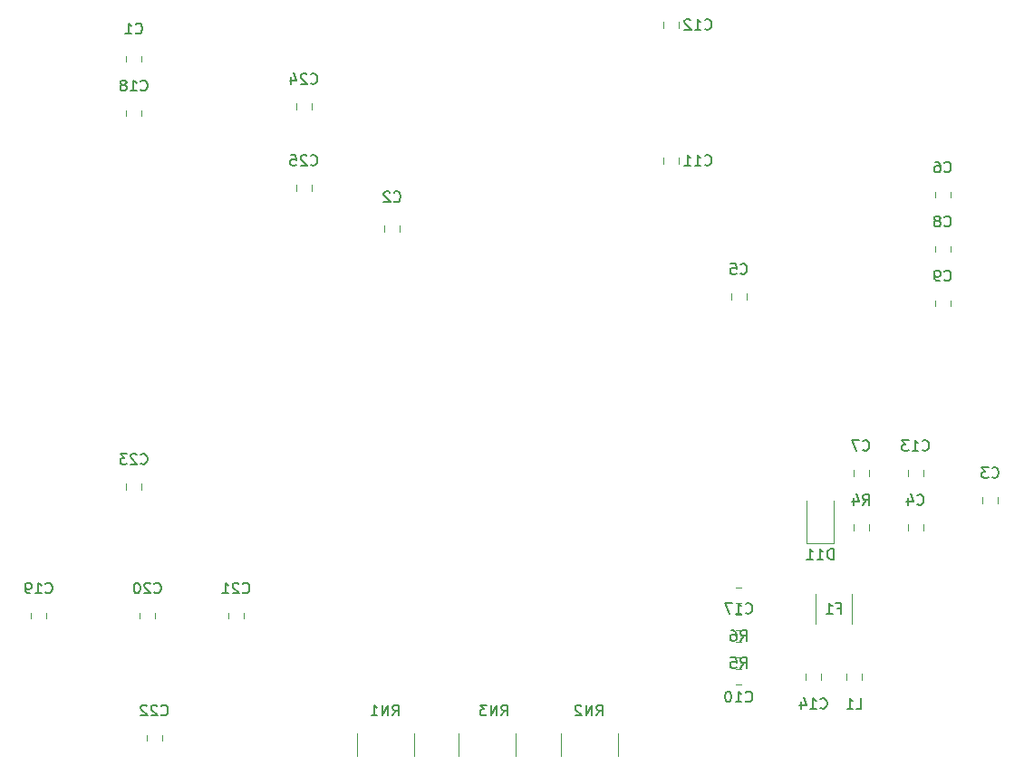
<source format=gbr>
G04 #@! TF.GenerationSoftware,KiCad,Pcbnew,(5.0.0)*
G04 #@! TF.CreationDate,2019-08-14T15:07:07-04:00*
G04 #@! TF.ProjectId,Multi Programmer,4D756C74692050726F6772616D6D6572,rev?*
G04 #@! TF.SameCoordinates,Original*
G04 #@! TF.FileFunction,Legend,Bot*
G04 #@! TF.FilePolarity,Positive*
%FSLAX46Y46*%
G04 Gerber Fmt 4.6, Leading zero omitted, Abs format (unit mm)*
G04 Created by KiCad (PCBNEW (5.0.0)) date 08/14/19 15:07:07*
%MOMM*%
%LPD*%
G01*
G04 APERTURE LIST*
%ADD10C,0.120000*%
%ADD11C,0.150000*%
G04 APERTURE END LIST*
D10*
G04 #@! TO.C,C25*
X132640000Y-80271252D02*
X132640000Y-79748748D01*
X134060000Y-80271252D02*
X134060000Y-79748748D01*
G04 #@! TO.C,C24*
X132640000Y-72128748D02*
X132640000Y-72651252D01*
X134060000Y-72128748D02*
X134060000Y-72651252D01*
G04 #@! TO.C,RN1*
X143640000Y-133130000D02*
X143640000Y-131030000D01*
X138300000Y-133130000D02*
X138300000Y-131030000D01*
G04 #@! TO.C,RN2*
X157350000Y-133130000D02*
X157350000Y-131030000D01*
X162690000Y-133130000D02*
X162690000Y-131030000D01*
G04 #@! TO.C,RN3*
X147825000Y-131030000D02*
X147825000Y-133130000D01*
X153165000Y-131030000D02*
X153165000Y-133130000D01*
G04 #@! TO.C,D11*
X182860000Y-109240000D02*
X182860000Y-113240000D01*
X182860000Y-113240000D02*
X180360000Y-113240000D01*
X180360000Y-113240000D02*
X180360000Y-109240000D01*
G04 #@! TO.C,C23*
X116765000Y-107688748D02*
X116765000Y-108211252D01*
X118185000Y-107688748D02*
X118185000Y-108211252D01*
G04 #@! TO.C,C19*
X109295000Y-119753748D02*
X109295000Y-120276252D01*
X107875000Y-119753748D02*
X107875000Y-120276252D01*
G04 #@! TO.C,C21*
X126290000Y-119753748D02*
X126290000Y-120276252D01*
X127710000Y-119753748D02*
X127710000Y-120276252D01*
G04 #@! TO.C,C22*
X120090000Y-131183748D02*
X120090000Y-131706252D01*
X118670000Y-131183748D02*
X118670000Y-131706252D01*
G04 #@! TO.C,C20*
X118035000Y-119753748D02*
X118035000Y-120276252D01*
X119455000Y-119753748D02*
X119455000Y-120276252D01*
G04 #@! TO.C,C18*
X116765000Y-72763748D02*
X116765000Y-73286252D01*
X118185000Y-72763748D02*
X118185000Y-73286252D01*
G04 #@! TO.C,C17*
X173728748Y-118820000D02*
X174251252Y-118820000D01*
X173728748Y-117400000D02*
X174251252Y-117400000D01*
G04 #@! TO.C,C14*
X180265000Y-125468748D02*
X180265000Y-125991252D01*
X181685000Y-125468748D02*
X181685000Y-125991252D01*
G04 #@! TO.C,L1*
X184075000Y-125468748D02*
X184075000Y-125991252D01*
X185495000Y-125468748D02*
X185495000Y-125991252D01*
G04 #@! TO.C,F1*
X184590000Y-120766252D02*
X184590000Y-117993748D01*
X181170000Y-120766252D02*
X181170000Y-117993748D01*
G04 #@! TO.C,C13*
X191210000Y-106941252D02*
X191210000Y-106418748D01*
X189790000Y-106941252D02*
X189790000Y-106418748D01*
G04 #@! TO.C,C10*
X173728748Y-125020000D02*
X174251252Y-125020000D01*
X173728748Y-126440000D02*
X174251252Y-126440000D01*
G04 #@! TO.C,C11*
X166930000Y-77731252D02*
X166930000Y-77208748D01*
X168350000Y-77731252D02*
X168350000Y-77208748D01*
G04 #@! TO.C,C12*
X168350000Y-64508748D02*
X168350000Y-65031252D01*
X166930000Y-64508748D02*
X166930000Y-65031252D01*
G04 #@! TO.C,C8*
X193750000Y-85463748D02*
X193750000Y-85986252D01*
X192330000Y-85463748D02*
X192330000Y-85986252D01*
G04 #@! TO.C,C9*
X192330000Y-91066252D02*
X192330000Y-90543748D01*
X193750000Y-91066252D02*
X193750000Y-90543748D01*
G04 #@! TO.C,C7*
X184710000Y-106941252D02*
X184710000Y-106418748D01*
X186130000Y-106941252D02*
X186130000Y-106418748D01*
G04 #@! TO.C,R6*
X173728748Y-119940000D02*
X174251252Y-119940000D01*
X173728748Y-121360000D02*
X174251252Y-121360000D01*
G04 #@! TO.C,R5*
X173728748Y-122480000D02*
X174251252Y-122480000D01*
X173728748Y-123900000D02*
X174251252Y-123900000D01*
G04 #@! TO.C,C2*
X140895000Y-84081252D02*
X140895000Y-83558748D01*
X142315000Y-84081252D02*
X142315000Y-83558748D01*
G04 #@! TO.C,C3*
X198195000Y-108958748D02*
X198195000Y-109481252D01*
X196775000Y-108958748D02*
X196775000Y-109481252D01*
G04 #@! TO.C,C4*
X191210000Y-111498748D02*
X191210000Y-112021252D01*
X189790000Y-111498748D02*
X189790000Y-112021252D01*
G04 #@! TO.C,C5*
X173280000Y-90431252D02*
X173280000Y-89908748D01*
X174700000Y-90431252D02*
X174700000Y-89908748D01*
G04 #@! TO.C,C6*
X192330000Y-80906252D02*
X192330000Y-80383748D01*
X193750000Y-80906252D02*
X193750000Y-80383748D01*
G04 #@! TO.C,C1*
X118185000Y-67683748D02*
X118185000Y-68206252D01*
X116765000Y-67683748D02*
X116765000Y-68206252D01*
G04 #@! TO.C,R4*
X186130000Y-111498748D02*
X186130000Y-112021252D01*
X184710000Y-111498748D02*
X184710000Y-112021252D01*
G04 #@! TO.C,C25*
D11*
X133992857Y-77827142D02*
X134040476Y-77874761D01*
X134183333Y-77922380D01*
X134278571Y-77922380D01*
X134421428Y-77874761D01*
X134516666Y-77779523D01*
X134564285Y-77684285D01*
X134611904Y-77493809D01*
X134611904Y-77350952D01*
X134564285Y-77160476D01*
X134516666Y-77065238D01*
X134421428Y-76970000D01*
X134278571Y-76922380D01*
X134183333Y-76922380D01*
X134040476Y-76970000D01*
X133992857Y-77017619D01*
X133611904Y-77017619D02*
X133564285Y-76970000D01*
X133469047Y-76922380D01*
X133230952Y-76922380D01*
X133135714Y-76970000D01*
X133088095Y-77017619D01*
X133040476Y-77112857D01*
X133040476Y-77208095D01*
X133088095Y-77350952D01*
X133659523Y-77922380D01*
X133040476Y-77922380D01*
X132135714Y-76922380D02*
X132611904Y-76922380D01*
X132659523Y-77398571D01*
X132611904Y-77350952D01*
X132516666Y-77303333D01*
X132278571Y-77303333D01*
X132183333Y-77350952D01*
X132135714Y-77398571D01*
X132088095Y-77493809D01*
X132088095Y-77731904D01*
X132135714Y-77827142D01*
X132183333Y-77874761D01*
X132278571Y-77922380D01*
X132516666Y-77922380D01*
X132611904Y-77874761D01*
X132659523Y-77827142D01*
G04 #@! TO.C,C24*
X133992857Y-70207142D02*
X134040476Y-70254761D01*
X134183333Y-70302380D01*
X134278571Y-70302380D01*
X134421428Y-70254761D01*
X134516666Y-70159523D01*
X134564285Y-70064285D01*
X134611904Y-69873809D01*
X134611904Y-69730952D01*
X134564285Y-69540476D01*
X134516666Y-69445238D01*
X134421428Y-69350000D01*
X134278571Y-69302380D01*
X134183333Y-69302380D01*
X134040476Y-69350000D01*
X133992857Y-69397619D01*
X133611904Y-69397619D02*
X133564285Y-69350000D01*
X133469047Y-69302380D01*
X133230952Y-69302380D01*
X133135714Y-69350000D01*
X133088095Y-69397619D01*
X133040476Y-69492857D01*
X133040476Y-69588095D01*
X133088095Y-69730952D01*
X133659523Y-70302380D01*
X133040476Y-70302380D01*
X132183333Y-69635714D02*
X132183333Y-70302380D01*
X132421428Y-69254761D02*
X132659523Y-69969047D01*
X132040476Y-69969047D01*
G04 #@! TO.C,RN1*
X141660476Y-129357380D02*
X141993809Y-128881190D01*
X142231904Y-129357380D02*
X142231904Y-128357380D01*
X141850952Y-128357380D01*
X141755714Y-128405000D01*
X141708095Y-128452619D01*
X141660476Y-128547857D01*
X141660476Y-128690714D01*
X141708095Y-128785952D01*
X141755714Y-128833571D01*
X141850952Y-128881190D01*
X142231904Y-128881190D01*
X141231904Y-129357380D02*
X141231904Y-128357380D01*
X140660476Y-129357380D01*
X140660476Y-128357380D01*
X139660476Y-129357380D02*
X140231904Y-129357380D01*
X139946190Y-129357380D02*
X139946190Y-128357380D01*
X140041428Y-128500238D01*
X140136666Y-128595476D01*
X140231904Y-128643095D01*
G04 #@! TO.C,RN2*
X160710476Y-129357380D02*
X161043809Y-128881190D01*
X161281904Y-129357380D02*
X161281904Y-128357380D01*
X160900952Y-128357380D01*
X160805714Y-128405000D01*
X160758095Y-128452619D01*
X160710476Y-128547857D01*
X160710476Y-128690714D01*
X160758095Y-128785952D01*
X160805714Y-128833571D01*
X160900952Y-128881190D01*
X161281904Y-128881190D01*
X160281904Y-129357380D02*
X160281904Y-128357380D01*
X159710476Y-129357380D01*
X159710476Y-128357380D01*
X159281904Y-128452619D02*
X159234285Y-128405000D01*
X159139047Y-128357380D01*
X158900952Y-128357380D01*
X158805714Y-128405000D01*
X158758095Y-128452619D01*
X158710476Y-128547857D01*
X158710476Y-128643095D01*
X158758095Y-128785952D01*
X159329523Y-129357380D01*
X158710476Y-129357380D01*
G04 #@! TO.C,RN3*
X151820476Y-129357380D02*
X152153809Y-128881190D01*
X152391904Y-129357380D02*
X152391904Y-128357380D01*
X152010952Y-128357380D01*
X151915714Y-128405000D01*
X151868095Y-128452619D01*
X151820476Y-128547857D01*
X151820476Y-128690714D01*
X151868095Y-128785952D01*
X151915714Y-128833571D01*
X152010952Y-128881190D01*
X152391904Y-128881190D01*
X151391904Y-129357380D02*
X151391904Y-128357380D01*
X150820476Y-129357380D01*
X150820476Y-128357380D01*
X150439523Y-128357380D02*
X149820476Y-128357380D01*
X150153809Y-128738333D01*
X150010952Y-128738333D01*
X149915714Y-128785952D01*
X149868095Y-128833571D01*
X149820476Y-128928809D01*
X149820476Y-129166904D01*
X149868095Y-129262142D01*
X149915714Y-129309761D01*
X150010952Y-129357380D01*
X150296666Y-129357380D01*
X150391904Y-129309761D01*
X150439523Y-129262142D01*
G04 #@! TO.C,D11*
X182824285Y-114752380D02*
X182824285Y-113752380D01*
X182586190Y-113752380D01*
X182443333Y-113800000D01*
X182348095Y-113895238D01*
X182300476Y-113990476D01*
X182252857Y-114180952D01*
X182252857Y-114323809D01*
X182300476Y-114514285D01*
X182348095Y-114609523D01*
X182443333Y-114704761D01*
X182586190Y-114752380D01*
X182824285Y-114752380D01*
X181300476Y-114752380D02*
X181871904Y-114752380D01*
X181586190Y-114752380D02*
X181586190Y-113752380D01*
X181681428Y-113895238D01*
X181776666Y-113990476D01*
X181871904Y-114038095D01*
X180348095Y-114752380D02*
X180919523Y-114752380D01*
X180633809Y-114752380D02*
X180633809Y-113752380D01*
X180729047Y-113895238D01*
X180824285Y-113990476D01*
X180919523Y-114038095D01*
G04 #@! TO.C,C23*
X118117857Y-105767142D02*
X118165476Y-105814761D01*
X118308333Y-105862380D01*
X118403571Y-105862380D01*
X118546428Y-105814761D01*
X118641666Y-105719523D01*
X118689285Y-105624285D01*
X118736904Y-105433809D01*
X118736904Y-105290952D01*
X118689285Y-105100476D01*
X118641666Y-105005238D01*
X118546428Y-104910000D01*
X118403571Y-104862380D01*
X118308333Y-104862380D01*
X118165476Y-104910000D01*
X118117857Y-104957619D01*
X117736904Y-104957619D02*
X117689285Y-104910000D01*
X117594047Y-104862380D01*
X117355952Y-104862380D01*
X117260714Y-104910000D01*
X117213095Y-104957619D01*
X117165476Y-105052857D01*
X117165476Y-105148095D01*
X117213095Y-105290952D01*
X117784523Y-105862380D01*
X117165476Y-105862380D01*
X116832142Y-104862380D02*
X116213095Y-104862380D01*
X116546428Y-105243333D01*
X116403571Y-105243333D01*
X116308333Y-105290952D01*
X116260714Y-105338571D01*
X116213095Y-105433809D01*
X116213095Y-105671904D01*
X116260714Y-105767142D01*
X116308333Y-105814761D01*
X116403571Y-105862380D01*
X116689285Y-105862380D01*
X116784523Y-105814761D01*
X116832142Y-105767142D01*
G04 #@! TO.C,C19*
X109227857Y-117832142D02*
X109275476Y-117879761D01*
X109418333Y-117927380D01*
X109513571Y-117927380D01*
X109656428Y-117879761D01*
X109751666Y-117784523D01*
X109799285Y-117689285D01*
X109846904Y-117498809D01*
X109846904Y-117355952D01*
X109799285Y-117165476D01*
X109751666Y-117070238D01*
X109656428Y-116975000D01*
X109513571Y-116927380D01*
X109418333Y-116927380D01*
X109275476Y-116975000D01*
X109227857Y-117022619D01*
X108275476Y-117927380D02*
X108846904Y-117927380D01*
X108561190Y-117927380D02*
X108561190Y-116927380D01*
X108656428Y-117070238D01*
X108751666Y-117165476D01*
X108846904Y-117213095D01*
X107799285Y-117927380D02*
X107608809Y-117927380D01*
X107513571Y-117879761D01*
X107465952Y-117832142D01*
X107370714Y-117689285D01*
X107323095Y-117498809D01*
X107323095Y-117117857D01*
X107370714Y-117022619D01*
X107418333Y-116975000D01*
X107513571Y-116927380D01*
X107704047Y-116927380D01*
X107799285Y-116975000D01*
X107846904Y-117022619D01*
X107894523Y-117117857D01*
X107894523Y-117355952D01*
X107846904Y-117451190D01*
X107799285Y-117498809D01*
X107704047Y-117546428D01*
X107513571Y-117546428D01*
X107418333Y-117498809D01*
X107370714Y-117451190D01*
X107323095Y-117355952D01*
G04 #@! TO.C,C21*
X127642857Y-117832142D02*
X127690476Y-117879761D01*
X127833333Y-117927380D01*
X127928571Y-117927380D01*
X128071428Y-117879761D01*
X128166666Y-117784523D01*
X128214285Y-117689285D01*
X128261904Y-117498809D01*
X128261904Y-117355952D01*
X128214285Y-117165476D01*
X128166666Y-117070238D01*
X128071428Y-116975000D01*
X127928571Y-116927380D01*
X127833333Y-116927380D01*
X127690476Y-116975000D01*
X127642857Y-117022619D01*
X127261904Y-117022619D02*
X127214285Y-116975000D01*
X127119047Y-116927380D01*
X126880952Y-116927380D01*
X126785714Y-116975000D01*
X126738095Y-117022619D01*
X126690476Y-117117857D01*
X126690476Y-117213095D01*
X126738095Y-117355952D01*
X127309523Y-117927380D01*
X126690476Y-117927380D01*
X125738095Y-117927380D02*
X126309523Y-117927380D01*
X126023809Y-117927380D02*
X126023809Y-116927380D01*
X126119047Y-117070238D01*
X126214285Y-117165476D01*
X126309523Y-117213095D01*
G04 #@! TO.C,C22*
X120022857Y-129262142D02*
X120070476Y-129309761D01*
X120213333Y-129357380D01*
X120308571Y-129357380D01*
X120451428Y-129309761D01*
X120546666Y-129214523D01*
X120594285Y-129119285D01*
X120641904Y-128928809D01*
X120641904Y-128785952D01*
X120594285Y-128595476D01*
X120546666Y-128500238D01*
X120451428Y-128405000D01*
X120308571Y-128357380D01*
X120213333Y-128357380D01*
X120070476Y-128405000D01*
X120022857Y-128452619D01*
X119641904Y-128452619D02*
X119594285Y-128405000D01*
X119499047Y-128357380D01*
X119260952Y-128357380D01*
X119165714Y-128405000D01*
X119118095Y-128452619D01*
X119070476Y-128547857D01*
X119070476Y-128643095D01*
X119118095Y-128785952D01*
X119689523Y-129357380D01*
X119070476Y-129357380D01*
X118689523Y-128452619D02*
X118641904Y-128405000D01*
X118546666Y-128357380D01*
X118308571Y-128357380D01*
X118213333Y-128405000D01*
X118165714Y-128452619D01*
X118118095Y-128547857D01*
X118118095Y-128643095D01*
X118165714Y-128785952D01*
X118737142Y-129357380D01*
X118118095Y-129357380D01*
G04 #@! TO.C,C20*
X119387857Y-117832142D02*
X119435476Y-117879761D01*
X119578333Y-117927380D01*
X119673571Y-117927380D01*
X119816428Y-117879761D01*
X119911666Y-117784523D01*
X119959285Y-117689285D01*
X120006904Y-117498809D01*
X120006904Y-117355952D01*
X119959285Y-117165476D01*
X119911666Y-117070238D01*
X119816428Y-116975000D01*
X119673571Y-116927380D01*
X119578333Y-116927380D01*
X119435476Y-116975000D01*
X119387857Y-117022619D01*
X119006904Y-117022619D02*
X118959285Y-116975000D01*
X118864047Y-116927380D01*
X118625952Y-116927380D01*
X118530714Y-116975000D01*
X118483095Y-117022619D01*
X118435476Y-117117857D01*
X118435476Y-117213095D01*
X118483095Y-117355952D01*
X119054523Y-117927380D01*
X118435476Y-117927380D01*
X117816428Y-116927380D02*
X117721190Y-116927380D01*
X117625952Y-116975000D01*
X117578333Y-117022619D01*
X117530714Y-117117857D01*
X117483095Y-117308333D01*
X117483095Y-117546428D01*
X117530714Y-117736904D01*
X117578333Y-117832142D01*
X117625952Y-117879761D01*
X117721190Y-117927380D01*
X117816428Y-117927380D01*
X117911666Y-117879761D01*
X117959285Y-117832142D01*
X118006904Y-117736904D01*
X118054523Y-117546428D01*
X118054523Y-117308333D01*
X118006904Y-117117857D01*
X117959285Y-117022619D01*
X117911666Y-116975000D01*
X117816428Y-116927380D01*
G04 #@! TO.C,C18*
X118117857Y-70842142D02*
X118165476Y-70889761D01*
X118308333Y-70937380D01*
X118403571Y-70937380D01*
X118546428Y-70889761D01*
X118641666Y-70794523D01*
X118689285Y-70699285D01*
X118736904Y-70508809D01*
X118736904Y-70365952D01*
X118689285Y-70175476D01*
X118641666Y-70080238D01*
X118546428Y-69985000D01*
X118403571Y-69937380D01*
X118308333Y-69937380D01*
X118165476Y-69985000D01*
X118117857Y-70032619D01*
X117165476Y-70937380D02*
X117736904Y-70937380D01*
X117451190Y-70937380D02*
X117451190Y-69937380D01*
X117546428Y-70080238D01*
X117641666Y-70175476D01*
X117736904Y-70223095D01*
X116594047Y-70365952D02*
X116689285Y-70318333D01*
X116736904Y-70270714D01*
X116784523Y-70175476D01*
X116784523Y-70127857D01*
X116736904Y-70032619D01*
X116689285Y-69985000D01*
X116594047Y-69937380D01*
X116403571Y-69937380D01*
X116308333Y-69985000D01*
X116260714Y-70032619D01*
X116213095Y-70127857D01*
X116213095Y-70175476D01*
X116260714Y-70270714D01*
X116308333Y-70318333D01*
X116403571Y-70365952D01*
X116594047Y-70365952D01*
X116689285Y-70413571D01*
X116736904Y-70461190D01*
X116784523Y-70556428D01*
X116784523Y-70746904D01*
X116736904Y-70842142D01*
X116689285Y-70889761D01*
X116594047Y-70937380D01*
X116403571Y-70937380D01*
X116308333Y-70889761D01*
X116260714Y-70842142D01*
X116213095Y-70746904D01*
X116213095Y-70556428D01*
X116260714Y-70461190D01*
X116308333Y-70413571D01*
X116403571Y-70365952D01*
G04 #@! TO.C,C17*
X174632857Y-119737142D02*
X174680476Y-119784761D01*
X174823333Y-119832380D01*
X174918571Y-119832380D01*
X175061428Y-119784761D01*
X175156666Y-119689523D01*
X175204285Y-119594285D01*
X175251904Y-119403809D01*
X175251904Y-119260952D01*
X175204285Y-119070476D01*
X175156666Y-118975238D01*
X175061428Y-118880000D01*
X174918571Y-118832380D01*
X174823333Y-118832380D01*
X174680476Y-118880000D01*
X174632857Y-118927619D01*
X173680476Y-119832380D02*
X174251904Y-119832380D01*
X173966190Y-119832380D02*
X173966190Y-118832380D01*
X174061428Y-118975238D01*
X174156666Y-119070476D01*
X174251904Y-119118095D01*
X173347142Y-118832380D02*
X172680476Y-118832380D01*
X173109047Y-119832380D01*
G04 #@! TO.C,C14*
X181617857Y-128627142D02*
X181665476Y-128674761D01*
X181808333Y-128722380D01*
X181903571Y-128722380D01*
X182046428Y-128674761D01*
X182141666Y-128579523D01*
X182189285Y-128484285D01*
X182236904Y-128293809D01*
X182236904Y-128150952D01*
X182189285Y-127960476D01*
X182141666Y-127865238D01*
X182046428Y-127770000D01*
X181903571Y-127722380D01*
X181808333Y-127722380D01*
X181665476Y-127770000D01*
X181617857Y-127817619D01*
X180665476Y-128722380D02*
X181236904Y-128722380D01*
X180951190Y-128722380D02*
X180951190Y-127722380D01*
X181046428Y-127865238D01*
X181141666Y-127960476D01*
X181236904Y-128008095D01*
X179808333Y-128055714D02*
X179808333Y-128722380D01*
X180046428Y-127674761D02*
X180284523Y-128389047D01*
X179665476Y-128389047D01*
G04 #@! TO.C,L1*
X184951666Y-128722380D02*
X185427857Y-128722380D01*
X185427857Y-127722380D01*
X184094523Y-128722380D02*
X184665952Y-128722380D01*
X184380238Y-128722380D02*
X184380238Y-127722380D01*
X184475476Y-127865238D01*
X184570714Y-127960476D01*
X184665952Y-128008095D01*
G04 #@! TO.C,F1*
X183213333Y-119308571D02*
X183546666Y-119308571D01*
X183546666Y-119832380D02*
X183546666Y-118832380D01*
X183070476Y-118832380D01*
X182165714Y-119832380D02*
X182737142Y-119832380D01*
X182451428Y-119832380D02*
X182451428Y-118832380D01*
X182546666Y-118975238D01*
X182641904Y-119070476D01*
X182737142Y-119118095D01*
G04 #@! TO.C,C13*
X191142857Y-104497142D02*
X191190476Y-104544761D01*
X191333333Y-104592380D01*
X191428571Y-104592380D01*
X191571428Y-104544761D01*
X191666666Y-104449523D01*
X191714285Y-104354285D01*
X191761904Y-104163809D01*
X191761904Y-104020952D01*
X191714285Y-103830476D01*
X191666666Y-103735238D01*
X191571428Y-103640000D01*
X191428571Y-103592380D01*
X191333333Y-103592380D01*
X191190476Y-103640000D01*
X191142857Y-103687619D01*
X190190476Y-104592380D02*
X190761904Y-104592380D01*
X190476190Y-104592380D02*
X190476190Y-103592380D01*
X190571428Y-103735238D01*
X190666666Y-103830476D01*
X190761904Y-103878095D01*
X189857142Y-103592380D02*
X189238095Y-103592380D01*
X189571428Y-103973333D01*
X189428571Y-103973333D01*
X189333333Y-104020952D01*
X189285714Y-104068571D01*
X189238095Y-104163809D01*
X189238095Y-104401904D01*
X189285714Y-104497142D01*
X189333333Y-104544761D01*
X189428571Y-104592380D01*
X189714285Y-104592380D01*
X189809523Y-104544761D01*
X189857142Y-104497142D01*
G04 #@! TO.C,C10*
X174632857Y-127992142D02*
X174680476Y-128039761D01*
X174823333Y-128087380D01*
X174918571Y-128087380D01*
X175061428Y-128039761D01*
X175156666Y-127944523D01*
X175204285Y-127849285D01*
X175251904Y-127658809D01*
X175251904Y-127515952D01*
X175204285Y-127325476D01*
X175156666Y-127230238D01*
X175061428Y-127135000D01*
X174918571Y-127087380D01*
X174823333Y-127087380D01*
X174680476Y-127135000D01*
X174632857Y-127182619D01*
X173680476Y-128087380D02*
X174251904Y-128087380D01*
X173966190Y-128087380D02*
X173966190Y-127087380D01*
X174061428Y-127230238D01*
X174156666Y-127325476D01*
X174251904Y-127373095D01*
X173061428Y-127087380D02*
X172966190Y-127087380D01*
X172870952Y-127135000D01*
X172823333Y-127182619D01*
X172775714Y-127277857D01*
X172728095Y-127468333D01*
X172728095Y-127706428D01*
X172775714Y-127896904D01*
X172823333Y-127992142D01*
X172870952Y-128039761D01*
X172966190Y-128087380D01*
X173061428Y-128087380D01*
X173156666Y-128039761D01*
X173204285Y-127992142D01*
X173251904Y-127896904D01*
X173299523Y-127706428D01*
X173299523Y-127468333D01*
X173251904Y-127277857D01*
X173204285Y-127182619D01*
X173156666Y-127135000D01*
X173061428Y-127087380D01*
G04 #@! TO.C,C11*
X170822857Y-77827142D02*
X170870476Y-77874761D01*
X171013333Y-77922380D01*
X171108571Y-77922380D01*
X171251428Y-77874761D01*
X171346666Y-77779523D01*
X171394285Y-77684285D01*
X171441904Y-77493809D01*
X171441904Y-77350952D01*
X171394285Y-77160476D01*
X171346666Y-77065238D01*
X171251428Y-76970000D01*
X171108571Y-76922380D01*
X171013333Y-76922380D01*
X170870476Y-76970000D01*
X170822857Y-77017619D01*
X169870476Y-77922380D02*
X170441904Y-77922380D01*
X170156190Y-77922380D02*
X170156190Y-76922380D01*
X170251428Y-77065238D01*
X170346666Y-77160476D01*
X170441904Y-77208095D01*
X168918095Y-77922380D02*
X169489523Y-77922380D01*
X169203809Y-77922380D02*
X169203809Y-76922380D01*
X169299047Y-77065238D01*
X169394285Y-77160476D01*
X169489523Y-77208095D01*
G04 #@! TO.C,C12*
X170822857Y-65127142D02*
X170870476Y-65174761D01*
X171013333Y-65222380D01*
X171108571Y-65222380D01*
X171251428Y-65174761D01*
X171346666Y-65079523D01*
X171394285Y-64984285D01*
X171441904Y-64793809D01*
X171441904Y-64650952D01*
X171394285Y-64460476D01*
X171346666Y-64365238D01*
X171251428Y-64270000D01*
X171108571Y-64222380D01*
X171013333Y-64222380D01*
X170870476Y-64270000D01*
X170822857Y-64317619D01*
X169870476Y-65222380D02*
X170441904Y-65222380D01*
X170156190Y-65222380D02*
X170156190Y-64222380D01*
X170251428Y-64365238D01*
X170346666Y-64460476D01*
X170441904Y-64508095D01*
X169489523Y-64317619D02*
X169441904Y-64270000D01*
X169346666Y-64222380D01*
X169108571Y-64222380D01*
X169013333Y-64270000D01*
X168965714Y-64317619D01*
X168918095Y-64412857D01*
X168918095Y-64508095D01*
X168965714Y-64650952D01*
X169537142Y-65222380D01*
X168918095Y-65222380D01*
G04 #@! TO.C,C8*
X193206666Y-83542142D02*
X193254285Y-83589761D01*
X193397142Y-83637380D01*
X193492380Y-83637380D01*
X193635238Y-83589761D01*
X193730476Y-83494523D01*
X193778095Y-83399285D01*
X193825714Y-83208809D01*
X193825714Y-83065952D01*
X193778095Y-82875476D01*
X193730476Y-82780238D01*
X193635238Y-82685000D01*
X193492380Y-82637380D01*
X193397142Y-82637380D01*
X193254285Y-82685000D01*
X193206666Y-82732619D01*
X192635238Y-83065952D02*
X192730476Y-83018333D01*
X192778095Y-82970714D01*
X192825714Y-82875476D01*
X192825714Y-82827857D01*
X192778095Y-82732619D01*
X192730476Y-82685000D01*
X192635238Y-82637380D01*
X192444761Y-82637380D01*
X192349523Y-82685000D01*
X192301904Y-82732619D01*
X192254285Y-82827857D01*
X192254285Y-82875476D01*
X192301904Y-82970714D01*
X192349523Y-83018333D01*
X192444761Y-83065952D01*
X192635238Y-83065952D01*
X192730476Y-83113571D01*
X192778095Y-83161190D01*
X192825714Y-83256428D01*
X192825714Y-83446904D01*
X192778095Y-83542142D01*
X192730476Y-83589761D01*
X192635238Y-83637380D01*
X192444761Y-83637380D01*
X192349523Y-83589761D01*
X192301904Y-83542142D01*
X192254285Y-83446904D01*
X192254285Y-83256428D01*
X192301904Y-83161190D01*
X192349523Y-83113571D01*
X192444761Y-83065952D01*
G04 #@! TO.C,C9*
X193206666Y-88622142D02*
X193254285Y-88669761D01*
X193397142Y-88717380D01*
X193492380Y-88717380D01*
X193635238Y-88669761D01*
X193730476Y-88574523D01*
X193778095Y-88479285D01*
X193825714Y-88288809D01*
X193825714Y-88145952D01*
X193778095Y-87955476D01*
X193730476Y-87860238D01*
X193635238Y-87765000D01*
X193492380Y-87717380D01*
X193397142Y-87717380D01*
X193254285Y-87765000D01*
X193206666Y-87812619D01*
X192730476Y-88717380D02*
X192540000Y-88717380D01*
X192444761Y-88669761D01*
X192397142Y-88622142D01*
X192301904Y-88479285D01*
X192254285Y-88288809D01*
X192254285Y-87907857D01*
X192301904Y-87812619D01*
X192349523Y-87765000D01*
X192444761Y-87717380D01*
X192635238Y-87717380D01*
X192730476Y-87765000D01*
X192778095Y-87812619D01*
X192825714Y-87907857D01*
X192825714Y-88145952D01*
X192778095Y-88241190D01*
X192730476Y-88288809D01*
X192635238Y-88336428D01*
X192444761Y-88336428D01*
X192349523Y-88288809D01*
X192301904Y-88241190D01*
X192254285Y-88145952D01*
G04 #@! TO.C,C7*
X185586666Y-104497142D02*
X185634285Y-104544761D01*
X185777142Y-104592380D01*
X185872380Y-104592380D01*
X186015238Y-104544761D01*
X186110476Y-104449523D01*
X186158095Y-104354285D01*
X186205714Y-104163809D01*
X186205714Y-104020952D01*
X186158095Y-103830476D01*
X186110476Y-103735238D01*
X186015238Y-103640000D01*
X185872380Y-103592380D01*
X185777142Y-103592380D01*
X185634285Y-103640000D01*
X185586666Y-103687619D01*
X185253333Y-103592380D02*
X184586666Y-103592380D01*
X185015238Y-104592380D01*
G04 #@! TO.C,R6*
X174156666Y-122372380D02*
X174490000Y-121896190D01*
X174728095Y-122372380D02*
X174728095Y-121372380D01*
X174347142Y-121372380D01*
X174251904Y-121420000D01*
X174204285Y-121467619D01*
X174156666Y-121562857D01*
X174156666Y-121705714D01*
X174204285Y-121800952D01*
X174251904Y-121848571D01*
X174347142Y-121896190D01*
X174728095Y-121896190D01*
X173299523Y-121372380D02*
X173490000Y-121372380D01*
X173585238Y-121420000D01*
X173632857Y-121467619D01*
X173728095Y-121610476D01*
X173775714Y-121800952D01*
X173775714Y-122181904D01*
X173728095Y-122277142D01*
X173680476Y-122324761D01*
X173585238Y-122372380D01*
X173394761Y-122372380D01*
X173299523Y-122324761D01*
X173251904Y-122277142D01*
X173204285Y-122181904D01*
X173204285Y-121943809D01*
X173251904Y-121848571D01*
X173299523Y-121800952D01*
X173394761Y-121753333D01*
X173585238Y-121753333D01*
X173680476Y-121800952D01*
X173728095Y-121848571D01*
X173775714Y-121943809D01*
G04 #@! TO.C,R5*
X174156666Y-124912380D02*
X174490000Y-124436190D01*
X174728095Y-124912380D02*
X174728095Y-123912380D01*
X174347142Y-123912380D01*
X174251904Y-123960000D01*
X174204285Y-124007619D01*
X174156666Y-124102857D01*
X174156666Y-124245714D01*
X174204285Y-124340952D01*
X174251904Y-124388571D01*
X174347142Y-124436190D01*
X174728095Y-124436190D01*
X173251904Y-123912380D02*
X173728095Y-123912380D01*
X173775714Y-124388571D01*
X173728095Y-124340952D01*
X173632857Y-124293333D01*
X173394761Y-124293333D01*
X173299523Y-124340952D01*
X173251904Y-124388571D01*
X173204285Y-124483809D01*
X173204285Y-124721904D01*
X173251904Y-124817142D01*
X173299523Y-124864761D01*
X173394761Y-124912380D01*
X173632857Y-124912380D01*
X173728095Y-124864761D01*
X173775714Y-124817142D01*
G04 #@! TO.C,C2*
X141771666Y-81247142D02*
X141819285Y-81294761D01*
X141962142Y-81342380D01*
X142057380Y-81342380D01*
X142200238Y-81294761D01*
X142295476Y-81199523D01*
X142343095Y-81104285D01*
X142390714Y-80913809D01*
X142390714Y-80770952D01*
X142343095Y-80580476D01*
X142295476Y-80485238D01*
X142200238Y-80390000D01*
X142057380Y-80342380D01*
X141962142Y-80342380D01*
X141819285Y-80390000D01*
X141771666Y-80437619D01*
X141390714Y-80437619D02*
X141343095Y-80390000D01*
X141247857Y-80342380D01*
X141009761Y-80342380D01*
X140914523Y-80390000D01*
X140866904Y-80437619D01*
X140819285Y-80532857D01*
X140819285Y-80628095D01*
X140866904Y-80770952D01*
X141438333Y-81342380D01*
X140819285Y-81342380D01*
G04 #@! TO.C,C3*
X197651666Y-107037142D02*
X197699285Y-107084761D01*
X197842142Y-107132380D01*
X197937380Y-107132380D01*
X198080238Y-107084761D01*
X198175476Y-106989523D01*
X198223095Y-106894285D01*
X198270714Y-106703809D01*
X198270714Y-106560952D01*
X198223095Y-106370476D01*
X198175476Y-106275238D01*
X198080238Y-106180000D01*
X197937380Y-106132380D01*
X197842142Y-106132380D01*
X197699285Y-106180000D01*
X197651666Y-106227619D01*
X197318333Y-106132380D02*
X196699285Y-106132380D01*
X197032619Y-106513333D01*
X196889761Y-106513333D01*
X196794523Y-106560952D01*
X196746904Y-106608571D01*
X196699285Y-106703809D01*
X196699285Y-106941904D01*
X196746904Y-107037142D01*
X196794523Y-107084761D01*
X196889761Y-107132380D01*
X197175476Y-107132380D01*
X197270714Y-107084761D01*
X197318333Y-107037142D01*
G04 #@! TO.C,C4*
X190666666Y-109577142D02*
X190714285Y-109624761D01*
X190857142Y-109672380D01*
X190952380Y-109672380D01*
X191095238Y-109624761D01*
X191190476Y-109529523D01*
X191238095Y-109434285D01*
X191285714Y-109243809D01*
X191285714Y-109100952D01*
X191238095Y-108910476D01*
X191190476Y-108815238D01*
X191095238Y-108720000D01*
X190952380Y-108672380D01*
X190857142Y-108672380D01*
X190714285Y-108720000D01*
X190666666Y-108767619D01*
X189809523Y-109005714D02*
X189809523Y-109672380D01*
X190047619Y-108624761D02*
X190285714Y-109339047D01*
X189666666Y-109339047D01*
G04 #@! TO.C,C5*
X174156666Y-87987142D02*
X174204285Y-88034761D01*
X174347142Y-88082380D01*
X174442380Y-88082380D01*
X174585238Y-88034761D01*
X174680476Y-87939523D01*
X174728095Y-87844285D01*
X174775714Y-87653809D01*
X174775714Y-87510952D01*
X174728095Y-87320476D01*
X174680476Y-87225238D01*
X174585238Y-87130000D01*
X174442380Y-87082380D01*
X174347142Y-87082380D01*
X174204285Y-87130000D01*
X174156666Y-87177619D01*
X173251904Y-87082380D02*
X173728095Y-87082380D01*
X173775714Y-87558571D01*
X173728095Y-87510952D01*
X173632857Y-87463333D01*
X173394761Y-87463333D01*
X173299523Y-87510952D01*
X173251904Y-87558571D01*
X173204285Y-87653809D01*
X173204285Y-87891904D01*
X173251904Y-87987142D01*
X173299523Y-88034761D01*
X173394761Y-88082380D01*
X173632857Y-88082380D01*
X173728095Y-88034761D01*
X173775714Y-87987142D01*
G04 #@! TO.C,C6*
X193206666Y-78462142D02*
X193254285Y-78509761D01*
X193397142Y-78557380D01*
X193492380Y-78557380D01*
X193635238Y-78509761D01*
X193730476Y-78414523D01*
X193778095Y-78319285D01*
X193825714Y-78128809D01*
X193825714Y-77985952D01*
X193778095Y-77795476D01*
X193730476Y-77700238D01*
X193635238Y-77605000D01*
X193492380Y-77557380D01*
X193397142Y-77557380D01*
X193254285Y-77605000D01*
X193206666Y-77652619D01*
X192349523Y-77557380D02*
X192540000Y-77557380D01*
X192635238Y-77605000D01*
X192682857Y-77652619D01*
X192778095Y-77795476D01*
X192825714Y-77985952D01*
X192825714Y-78366904D01*
X192778095Y-78462142D01*
X192730476Y-78509761D01*
X192635238Y-78557380D01*
X192444761Y-78557380D01*
X192349523Y-78509761D01*
X192301904Y-78462142D01*
X192254285Y-78366904D01*
X192254285Y-78128809D01*
X192301904Y-78033571D01*
X192349523Y-77985952D01*
X192444761Y-77938333D01*
X192635238Y-77938333D01*
X192730476Y-77985952D01*
X192778095Y-78033571D01*
X192825714Y-78128809D01*
G04 #@! TO.C,C1*
X117641666Y-65517142D02*
X117689285Y-65564761D01*
X117832142Y-65612380D01*
X117927380Y-65612380D01*
X118070238Y-65564761D01*
X118165476Y-65469523D01*
X118213095Y-65374285D01*
X118260714Y-65183809D01*
X118260714Y-65040952D01*
X118213095Y-64850476D01*
X118165476Y-64755238D01*
X118070238Y-64660000D01*
X117927380Y-64612380D01*
X117832142Y-64612380D01*
X117689285Y-64660000D01*
X117641666Y-64707619D01*
X116689285Y-65612380D02*
X117260714Y-65612380D01*
X116975000Y-65612380D02*
X116975000Y-64612380D01*
X117070238Y-64755238D01*
X117165476Y-64850476D01*
X117260714Y-64898095D01*
G04 #@! TO.C,R4*
X185586666Y-109672380D02*
X185920000Y-109196190D01*
X186158095Y-109672380D02*
X186158095Y-108672380D01*
X185777142Y-108672380D01*
X185681904Y-108720000D01*
X185634285Y-108767619D01*
X185586666Y-108862857D01*
X185586666Y-109005714D01*
X185634285Y-109100952D01*
X185681904Y-109148571D01*
X185777142Y-109196190D01*
X186158095Y-109196190D01*
X184729523Y-109005714D02*
X184729523Y-109672380D01*
X184967619Y-108624761D02*
X185205714Y-109339047D01*
X184586666Y-109339047D01*
G04 #@! TD*
M02*

</source>
